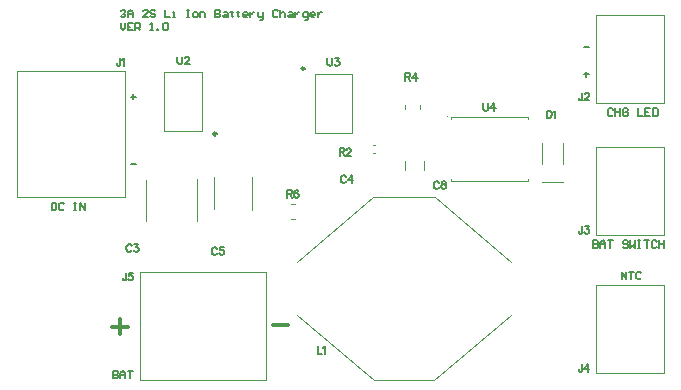
<source format=gto>
G04*
G04 #@! TF.GenerationSoftware,Altium Limited,Altium Designer,22.1.2 (22)*
G04*
G04 Layer_Color=65535*
%FSLAX44Y44*%
%MOMM*%
G71*
G04*
G04 #@! TF.SameCoordinates,4243E080-38CA-47FB-8023-FD6126139483*
G04*
G04*
G04 #@! TF.FilePolarity,Positive*
G04*
G01*
G75*
%ADD10C,0.2500*%
%ADD11C,0.1000*%
%ADD12C,0.1250*%
%ADD13C,0.1270*%
%ADD14C,0.3000*%
D10*
X173970Y214780D02*
G03*
X173970Y214780I-1250J0D01*
G01*
X248600Y269855D02*
G03*
X248600Y269855I-1250J0D01*
G01*
D11*
X369630Y229355D02*
G03*
X369630Y229355I-500J0D01*
G01*
D12*
X345876Y235712D02*
Y239268D01*
X333176Y235712D02*
Y239268D01*
X129720Y267330D02*
X161720D01*
X129720Y217330D02*
X161720D01*
X129720D02*
Y267330D01*
X161720Y217330D02*
Y267330D01*
X114390Y140530D02*
Y176030D01*
X157369Y140637D02*
Y176137D01*
X495590Y86530D02*
X553090D01*
X495590Y12530D02*
Y86530D01*
Y12530D02*
X553090D01*
Y86530D01*
X495590Y203370D02*
X553090D01*
X495590Y129370D02*
Y203370D01*
Y129370D02*
X553090D01*
Y203370D01*
X236982Y154940D02*
X240538D01*
X236982Y142240D02*
X240538D01*
X5050Y267920D02*
X96550D01*
X5050Y161420D02*
X96550D01*
X5050D02*
Y267920D01*
X96550Y161420D02*
Y267920D01*
X306340Y198680D02*
X308340D01*
X306340Y205180D02*
X308340D01*
X109270Y6320D02*
Y97820D01*
X215770Y6320D02*
Y97820D01*
X109270Y6320D02*
X215770D01*
X109270Y97820D02*
X215770D01*
X204210Y150530D02*
Y178280D01*
X171710Y150780D02*
Y178530D01*
X495590Y315130D02*
X553090D01*
X495590Y241130D02*
Y315130D01*
Y241130D02*
X553090D01*
Y315130D01*
X257050Y215030D02*
X289050D01*
X257050Y265030D02*
X289050D01*
Y215030D02*
Y265030D01*
X257050Y215030D02*
Y265030D01*
X372755Y174505D02*
X437505D01*
X372755Y229355D02*
X437505D01*
Y174505D02*
Y176205D01*
Y227655D02*
Y229355D01*
X372755Y174505D02*
Y176205D01*
Y227655D02*
Y229355D01*
X333630Y184460D02*
Y191460D01*
X349630Y184460D02*
Y191460D01*
X449834Y189230D02*
Y207010D01*
X467106Y189230D02*
Y207010D01*
X449326Y174244D02*
X467106D01*
X358584Y161036D02*
X423418Y106426D01*
X332740Y161036D02*
X358584D01*
X358283Y6604D02*
X423418Y61468D01*
X332740Y6604D02*
X358283D01*
X307197D02*
X332740D01*
X242062Y61468D02*
X307197Y6604D01*
X306896Y161036D02*
X332740D01*
X242062Y106426D02*
X306896Y161036D01*
D13*
X92710Y308608D02*
Y304376D01*
X94826Y302260D01*
X96942Y304376D01*
Y308608D01*
X103290D02*
X99058D01*
Y302260D01*
X103290D01*
X99058Y305434D02*
X101174D01*
X105406Y302260D02*
Y308608D01*
X108580D01*
X109638Y307550D01*
Y305434D01*
X108580Y304376D01*
X105406D01*
X107522D02*
X109638Y302260D01*
X118102D02*
X120218D01*
X119160D01*
Y308608D01*
X118102Y307550D01*
X123392Y302260D02*
Y303318D01*
X124450D01*
Y302260D01*
X123392D01*
X128682Y307550D02*
X129740Y308608D01*
X131856D01*
X132914Y307550D01*
Y303318D01*
X131856Y302260D01*
X129740D01*
X128682Y303318D01*
Y307550D01*
X92710Y318556D02*
X93768Y319614D01*
X95884D01*
X96942Y318556D01*
Y317498D01*
X95884Y316440D01*
X94826D01*
X95884D01*
X96942Y315382D01*
Y314324D01*
X95884Y313266D01*
X93768D01*
X92710Y314324D01*
X99058Y313266D02*
Y317498D01*
X101174Y319614D01*
X103290Y317498D01*
Y313266D01*
Y316440D01*
X99058D01*
X115986Y313266D02*
X111754D01*
X115986Y317498D01*
Y318556D01*
X114928Y319614D01*
X112812D01*
X111754Y318556D01*
X122334D02*
X121276Y319614D01*
X119160D01*
X118102Y318556D01*
Y317498D01*
X119160Y316440D01*
X121276D01*
X122334Y315382D01*
Y314324D01*
X121276Y313266D01*
X119160D01*
X118102Y314324D01*
X130798Y319614D02*
Y313266D01*
X135030D01*
X137146D02*
X139262D01*
X138204D01*
Y317498D01*
X137146D01*
X148784Y319614D02*
X150899D01*
X149841D01*
Y313266D01*
X148784D01*
X150899D01*
X155131D02*
X157247D01*
X158305Y314324D01*
Y316440D01*
X157247Y317498D01*
X155131D01*
X154073Y316440D01*
Y314324D01*
X155131Y313266D01*
X160421D02*
Y317498D01*
X163595D01*
X164653Y316440D01*
Y313266D01*
X173117Y319614D02*
Y313266D01*
X176291D01*
X177349Y314324D01*
Y315382D01*
X176291Y316440D01*
X173117D01*
X176291D01*
X177349Y317498D01*
Y318556D01*
X176291Y319614D01*
X173117D01*
X180523Y317498D02*
X182639D01*
X183697Y316440D01*
Y313266D01*
X180523D01*
X179465Y314324D01*
X180523Y315382D01*
X183697D01*
X186871Y318556D02*
Y317498D01*
X185813D01*
X187929D01*
X186871D01*
Y314324D01*
X187929Y313266D01*
X192161Y318556D02*
Y317498D01*
X191103D01*
X193219D01*
X192161D01*
Y314324D01*
X193219Y313266D01*
X199567D02*
X197451D01*
X196393Y314324D01*
Y316440D01*
X197451Y317498D01*
X199567D01*
X200625Y316440D01*
Y315382D01*
X196393D01*
X202741Y317498D02*
Y313266D01*
Y315382D01*
X203799Y316440D01*
X204857Y317498D01*
X205915D01*
X209089D02*
Y314324D01*
X210147Y313266D01*
X213321D01*
Y312208D01*
X212263Y311150D01*
X211205D01*
X213321Y313266D02*
Y317498D01*
X226017Y318556D02*
X224959Y319614D01*
X222843D01*
X221785Y318556D01*
Y314324D01*
X222843Y313266D01*
X224959D01*
X226017Y314324D01*
X228133Y319614D02*
Y313266D01*
Y316440D01*
X229191Y317498D01*
X231307D01*
X232365Y316440D01*
Y313266D01*
X235539Y317498D02*
X237655D01*
X238713Y316440D01*
Y313266D01*
X235539D01*
X234481Y314324D01*
X235539Y315382D01*
X238713D01*
X240829Y317498D02*
Y313266D01*
Y315382D01*
X241887Y316440D01*
X242945Y317498D01*
X244003D01*
X249293Y311150D02*
X250351D01*
X251409Y312208D01*
Y317498D01*
X248235D01*
X247177Y316440D01*
Y314324D01*
X248235Y313266D01*
X251409D01*
X256698D02*
X254583D01*
X253525Y314324D01*
Y316440D01*
X254583Y317498D01*
X256698D01*
X257757Y316440D01*
Y315382D01*
X253525D01*
X259872Y317498D02*
Y313266D01*
Y315382D01*
X260931Y316440D01*
X261989Y317498D01*
X263046D01*
X516890Y91440D02*
Y97788D01*
X521122Y91440D01*
Y97788D01*
X523238D02*
X527470D01*
X525354D01*
Y91440D01*
X533818Y96730D02*
X532760Y97788D01*
X530644D01*
X529586Y96730D01*
Y92498D01*
X530644Y91440D01*
X532760D01*
X533818Y92498D01*
X492760Y124458D02*
Y118110D01*
X495934D01*
X496992Y119168D01*
Y120226D01*
X495934Y121284D01*
X492760D01*
X495934D01*
X496992Y122342D01*
Y123400D01*
X495934Y124458D01*
X492760D01*
X499108Y118110D02*
Y122342D01*
X501224Y124458D01*
X503340Y122342D01*
Y118110D01*
Y121284D01*
X499108D01*
X505456Y124458D02*
X509688D01*
X507572D01*
Y118110D01*
X522384Y123400D02*
X521326Y124458D01*
X519210D01*
X518152Y123400D01*
Y122342D01*
X519210Y121284D01*
X521326D01*
X522384Y120226D01*
Y119168D01*
X521326Y118110D01*
X519210D01*
X518152Y119168D01*
X524500Y124458D02*
Y118110D01*
X526616Y120226D01*
X528732Y118110D01*
Y124458D01*
X530848D02*
X532964D01*
X531906D01*
Y118110D01*
X530848D01*
X532964D01*
X536138Y124458D02*
X540370D01*
X538254D01*
Y118110D01*
X546717Y123400D02*
X545659Y124458D01*
X543544D01*
X542486Y123400D01*
Y119168D01*
X543544Y118110D01*
X545659D01*
X546717Y119168D01*
X548834Y124458D02*
Y118110D01*
Y121284D01*
X553065D01*
Y124458D01*
Y118110D01*
X485140Y288290D02*
X489372D01*
X485140Y265006D02*
X489372D01*
X487256Y267122D02*
Y262890D01*
X509692Y235160D02*
X508634Y236218D01*
X506518D01*
X505460Y235160D01*
Y230928D01*
X506518Y229870D01*
X508634D01*
X509692Y230928D01*
X511808Y236218D02*
Y229870D01*
Y233044D01*
X516040D01*
Y236218D01*
Y229870D01*
X522388Y235160D02*
X521330Y236218D01*
X519214D01*
X518156Y235160D01*
Y230928D01*
X519214Y229870D01*
X521330D01*
X522388Y230928D01*
Y233044D01*
X520272D01*
X530852Y236218D02*
Y229870D01*
X535084D01*
X541432Y236218D02*
X537200D01*
Y229870D01*
X541432D01*
X537200Y233044D02*
X539316D01*
X543548Y236218D02*
Y229870D01*
X546722D01*
X547780Y230928D01*
Y235160D01*
X546722Y236218D01*
X543548D01*
X86360Y13968D02*
Y7620D01*
X89534D01*
X90592Y8678D01*
Y9736D01*
X89534Y10794D01*
X86360D01*
X89534D01*
X90592Y11852D01*
Y12910D01*
X89534Y13968D01*
X86360D01*
X92708Y7620D02*
Y11852D01*
X94824Y13968D01*
X96940Y11852D01*
Y7620D01*
Y10794D01*
X92708D01*
X99056Y13968D02*
X103288D01*
X101172D01*
Y7620D01*
X101600Y189230D02*
X105832D01*
X101600Y245956D02*
X105832D01*
X103716Y248072D02*
Y243840D01*
X34290Y156208D02*
Y149860D01*
X37464D01*
X38522Y150918D01*
Y155150D01*
X37464Y156208D01*
X34290D01*
X44870Y155150D02*
X43812Y156208D01*
X41696D01*
X40638Y155150D01*
Y150918D01*
X41696Y149860D01*
X43812D01*
X44870Y150918D01*
X53334Y156208D02*
X55450D01*
X54392D01*
Y149860D01*
X53334D01*
X55450D01*
X58624D02*
Y156208D01*
X62856Y149860D01*
Y156208D01*
X102129Y119773D02*
X101827Y120377D01*
X101222Y120982D01*
X100618Y121284D01*
X99409D01*
X98804Y120982D01*
X98199Y120377D01*
X97897Y119773D01*
X97595Y118866D01*
Y117354D01*
X97897Y116447D01*
X98199Y115843D01*
X98804Y115238D01*
X99409Y114936D01*
X100618D01*
X101222Y115238D01*
X101827Y115843D01*
X102129Y116447D01*
X104518Y121284D02*
X107843D01*
X106029Y118866D01*
X106936D01*
X107541Y118563D01*
X107843Y118261D01*
X108145Y117354D01*
Y116750D01*
X107843Y115843D01*
X107239Y115238D01*
X106332Y114936D01*
X105425D01*
X104518Y115238D01*
X104215Y115540D01*
X103913Y116145D01*
X399870Y240664D02*
Y236130D01*
X400172Y235223D01*
X400777Y234618D01*
X401684Y234316D01*
X402288D01*
X403195Y234618D01*
X403800Y235223D01*
X404102Y236130D01*
Y240664D01*
X408879D02*
X405856Y236432D01*
X410390D01*
X408879Y240664D02*
Y234316D01*
X267941Y278764D02*
Y274230D01*
X268243Y273323D01*
X268848Y272718D01*
X269755Y272416D01*
X270359D01*
X271266Y272718D01*
X271871Y273323D01*
X272173Y274230D01*
Y278764D01*
X274531D02*
X277857D01*
X276043Y276346D01*
X276950D01*
X277554Y276043D01*
X277857Y275741D01*
X278159Y274834D01*
Y274230D01*
X277857Y273323D01*
X277252Y272718D01*
X276345Y272416D01*
X275438D01*
X274531Y272718D01*
X274229Y273020D01*
X273927Y273625D01*
X140941Y280034D02*
Y275500D01*
X141243Y274593D01*
X141848Y273988D01*
X142755Y273686D01*
X143359D01*
X144266Y273988D01*
X144871Y274593D01*
X145173Y275500D01*
Y280034D01*
X147229Y278523D02*
Y278825D01*
X147531Y279430D01*
X147834Y279732D01*
X148438Y280034D01*
X149648D01*
X150252Y279732D01*
X150555Y279430D01*
X150857Y278825D01*
Y278220D01*
X150555Y277616D01*
X149950Y276709D01*
X146927Y273686D01*
X151159D01*
X233968Y167004D02*
Y160656D01*
Y167004D02*
X236689D01*
X237596Y166702D01*
X237898Y166400D01*
X238201Y165795D01*
Y165190D01*
X237898Y164586D01*
X237596Y164284D01*
X236689Y163981D01*
X233968D01*
X236084D02*
X238201Y160656D01*
X243249Y166097D02*
X242947Y166702D01*
X242040Y167004D01*
X241436D01*
X240529Y166702D01*
X239924Y165795D01*
X239622Y164284D01*
Y162772D01*
X239924Y161563D01*
X240529Y160958D01*
X241436Y160656D01*
X241738D01*
X242645Y160958D01*
X243249Y161563D01*
X243552Y162470D01*
Y162772D01*
X243249Y163679D01*
X242645Y164284D01*
X241738Y164586D01*
X241436D01*
X240529Y164284D01*
X239924Y163679D01*
X239622Y162772D01*
X333996Y266064D02*
Y259716D01*
Y266064D02*
X336717D01*
X337624Y265762D01*
X337926Y265460D01*
X338228Y264855D01*
Y264250D01*
X337926Y263646D01*
X337624Y263344D01*
X336717Y263041D01*
X333996D01*
X336112D02*
X338228Y259716D01*
X342672Y266064D02*
X339649Y261832D01*
X344184D01*
X342672Y266064D02*
Y259716D01*
X278267Y202564D02*
Y196216D01*
Y202564D02*
X280988D01*
X281895Y202262D01*
X282197Y201960D01*
X282500Y201355D01*
Y200750D01*
X282197Y200146D01*
X281895Y199844D01*
X280988Y199541D01*
X278267D01*
X280383D02*
X282500Y196216D01*
X284223Y201053D02*
Y201355D01*
X284525Y201960D01*
X284827Y202262D01*
X285432Y202564D01*
X286641D01*
X287246Y202262D01*
X287548Y201960D01*
X287851Y201355D01*
Y200750D01*
X287548Y200146D01*
X286944Y199239D01*
X283920Y196216D01*
X288153D01*
X259973Y34924D02*
Y28576D01*
X263601D01*
X264296Y33715D02*
X264900Y34017D01*
X265807Y34924D01*
Y28576D01*
X97639Y97154D02*
Y92317D01*
X97337Y91410D01*
X97035Y91108D01*
X96430Y90806D01*
X95825D01*
X95221Y91108D01*
X94918Y91410D01*
X94616Y92317D01*
Y92922D01*
X102899Y97154D02*
X99876D01*
X99574Y94433D01*
X99876Y94736D01*
X100783Y95038D01*
X101690D01*
X102597Y94736D01*
X103202Y94131D01*
X103504Y93224D01*
Y92620D01*
X103202Y91713D01*
X102597Y91108D01*
X101690Y90806D01*
X100783D01*
X99876Y91108D01*
X99574Y91410D01*
X99272Y92015D01*
X483568Y19684D02*
Y14847D01*
X483266Y13940D01*
X482963Y13638D01*
X482359Y13336D01*
X481754D01*
X481149Y13638D01*
X480847Y13940D01*
X480545Y14847D01*
Y15452D01*
X488224Y19684D02*
X485201Y15452D01*
X489735D01*
X488224Y19684D02*
Y13336D01*
X483719Y136524D02*
Y131687D01*
X483417Y130780D01*
X483115Y130478D01*
X482510Y130176D01*
X481905D01*
X481301Y130478D01*
X480998Y130780D01*
X480696Y131687D01*
Y132292D01*
X485956Y136524D02*
X489282D01*
X487468Y134106D01*
X488375D01*
X488979Y133804D01*
X489282Y133501D01*
X489584Y132594D01*
Y131990D01*
X489282Y131083D01*
X488677Y130478D01*
X487770Y130176D01*
X486863D01*
X485956Y130478D01*
X485654Y130780D01*
X485352Y131385D01*
X483719Y249554D02*
Y244717D01*
X483417Y243810D01*
X483115Y243508D01*
X482510Y243206D01*
X481905D01*
X481301Y243508D01*
X480998Y243810D01*
X480696Y244717D01*
Y245322D01*
X485654Y248043D02*
Y248345D01*
X485956Y248950D01*
X486259Y249252D01*
X486863Y249554D01*
X488073D01*
X488677Y249252D01*
X488979Y248950D01*
X489282Y248345D01*
Y247740D01*
X488979Y247136D01*
X488375Y246229D01*
X485352Y243206D01*
X489584D01*
X92649Y278764D02*
Y273927D01*
X92347Y273020D01*
X92045Y272718D01*
X91440Y272416D01*
X90836D01*
X90231Y272718D01*
X89929Y273020D01*
X89626Y273927D01*
Y274532D01*
X94282Y277555D02*
X94887Y277857D01*
X95794Y278764D01*
Y272416D01*
X453618Y234314D02*
Y227966D01*
Y234314D02*
X455734D01*
X456641Y234012D01*
X457245Y233407D01*
X457548Y232803D01*
X457850Y231896D01*
Y230384D01*
X457548Y229477D01*
X457245Y228873D01*
X456641Y228268D01*
X455734Y227966D01*
X453618D01*
X459271Y233105D02*
X459875Y233407D01*
X460782Y234314D01*
Y227966D01*
X362479Y173113D02*
X362177Y173717D01*
X361572Y174322D01*
X360968Y174624D01*
X359758D01*
X359154Y174322D01*
X358549Y173717D01*
X358247Y173113D01*
X357945Y172206D01*
Y170694D01*
X358247Y169787D01*
X358549Y169183D01*
X359154Y168578D01*
X359758Y168276D01*
X360968D01*
X361572Y168578D01*
X362177Y169183D01*
X362479Y169787D01*
X365775Y174624D02*
X364868Y174322D01*
X364565Y173717D01*
Y173113D01*
X364868Y172508D01*
X365472Y172206D01*
X366682Y171903D01*
X367589Y171601D01*
X368193Y170996D01*
X368495Y170392D01*
Y169485D01*
X368193Y168880D01*
X367891Y168578D01*
X366984Y168276D01*
X365775D01*
X364868Y168578D01*
X364565Y168880D01*
X364263Y169485D01*
Y170392D01*
X364565Y170996D01*
X365170Y171601D01*
X366077Y171903D01*
X367286Y172206D01*
X367891Y172508D01*
X368193Y173113D01*
Y173717D01*
X367891Y174322D01*
X366984Y174624D01*
X365775D01*
X174519Y117233D02*
X174217Y117837D01*
X173612Y118442D01*
X173008Y118744D01*
X171798D01*
X171194Y118442D01*
X170589Y117837D01*
X170287Y117233D01*
X169985Y116326D01*
Y114814D01*
X170287Y113907D01*
X170589Y113303D01*
X171194Y112698D01*
X171798Y112396D01*
X173008D01*
X173612Y112698D01*
X174217Y113303D01*
X174519Y113907D01*
X179931Y118744D02*
X176908D01*
X176605Y116024D01*
X176908Y116326D01*
X177815Y116628D01*
X178722D01*
X179629Y116326D01*
X180233Y115721D01*
X180535Y114814D01*
Y114210D01*
X180233Y113303D01*
X179629Y112698D01*
X178722Y112396D01*
X177815D01*
X176908Y112698D01*
X176605Y113000D01*
X176303Y113605D01*
X283588Y178193D02*
X283286Y178797D01*
X282681Y179402D01*
X282077Y179704D01*
X280867D01*
X280263Y179402D01*
X279658Y178797D01*
X279356Y178193D01*
X279053Y177286D01*
Y175774D01*
X279356Y174867D01*
X279658Y174263D01*
X280263Y173658D01*
X280867Y173356D01*
X282077D01*
X282681Y173658D01*
X283286Y174263D01*
X283588Y174867D01*
X288395Y179704D02*
X285372Y175472D01*
X289907D01*
X288395Y179704D02*
Y173356D01*
D14*
X221440Y52530D02*
X234769D01*
X85550Y51575D02*
X98879D01*
X92214Y58239D02*
Y44910D01*
M02*

</source>
